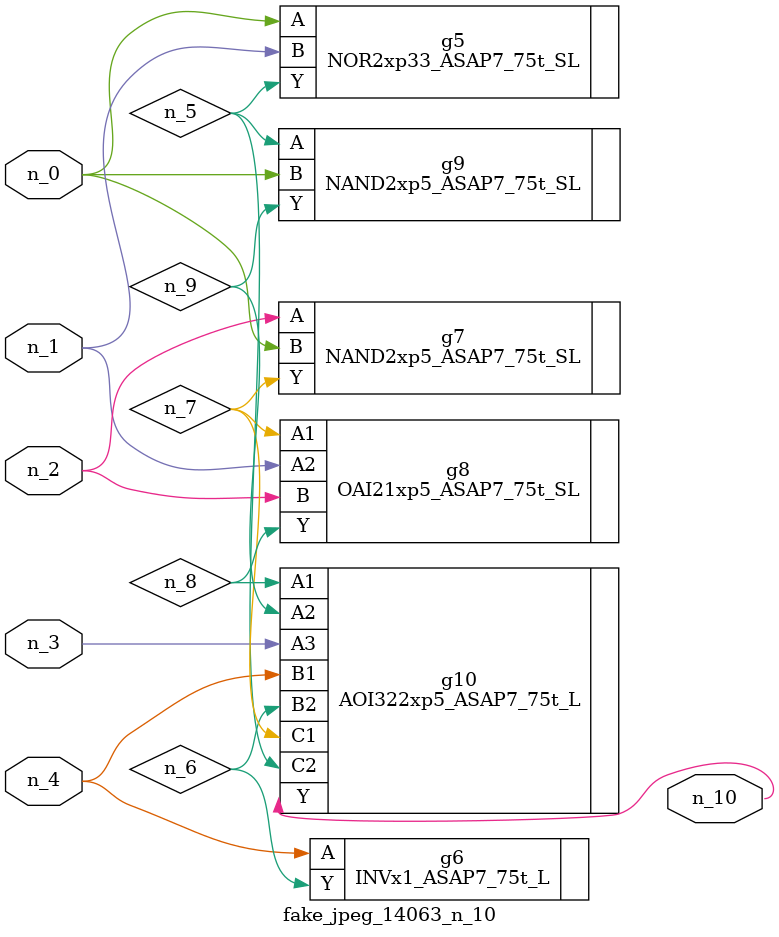
<source format=v>
module fake_jpeg_14063_n_10 (n_3, n_2, n_1, n_0, n_4, n_10);

input n_3;
input n_2;
input n_1;
input n_0;
input n_4;

output n_10;

wire n_8;
wire n_9;
wire n_6;
wire n_5;
wire n_7;

NOR2xp33_ASAP7_75t_SL g5 ( 
.A(n_0),
.B(n_1),
.Y(n_5)
);

INVx1_ASAP7_75t_L g6 ( 
.A(n_4),
.Y(n_6)
);

NAND2xp5_ASAP7_75t_SL g7 ( 
.A(n_2),
.B(n_0),
.Y(n_7)
);

OAI21xp5_ASAP7_75t_SL g8 ( 
.A1(n_7),
.A2(n_1),
.B(n_2),
.Y(n_8)
);

AOI322xp5_ASAP7_75t_L g10 ( 
.A1(n_8),
.A2(n_9),
.A3(n_3),
.B1(n_4),
.B2(n_6),
.C1(n_7),
.C2(n_5),
.Y(n_10)
);

NAND2xp5_ASAP7_75t_SL g9 ( 
.A(n_5),
.B(n_0),
.Y(n_9)
);


endmodule
</source>
